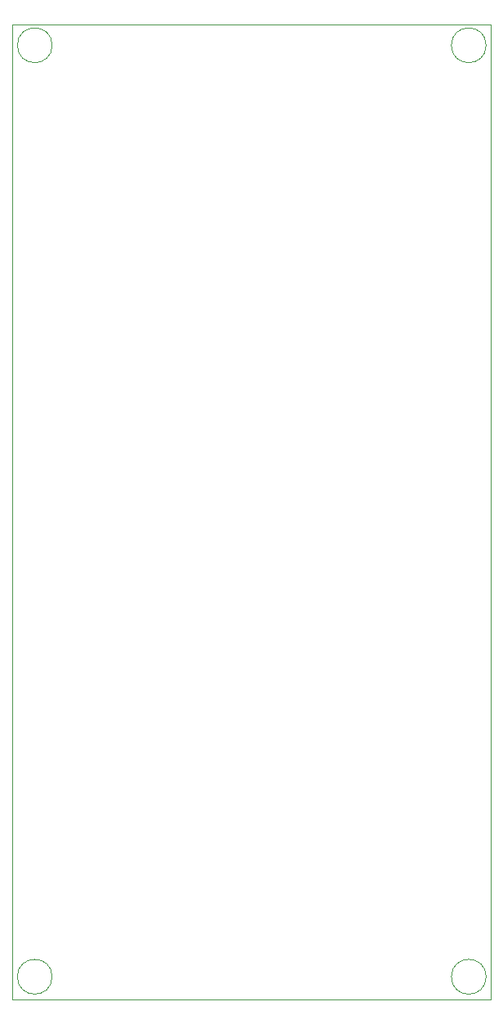
<source format=gm1>
G04 #@! TF.GenerationSoftware,KiCad,Pcbnew,6.0.2+dfsg-1*
G04 #@! TF.CreationDate,2024-03-31T18:10:36+09:00*
G04 #@! TF.ProjectId,remote_controller,72656d6f-7465-45f6-936f-6e74726f6c6c,rev?*
G04 #@! TF.SameCoordinates,Original*
G04 #@! TF.FileFunction,Profile,NP*
%FSLAX46Y46*%
G04 Gerber Fmt 4.6, Leading zero omitted, Abs format (unit mm)*
G04 Created by KiCad (PCBNEW 6.0.2+dfsg-1) date 2024-03-31 18:10:36*
%MOMM*%
%LPD*%
G01*
G04 APERTURE LIST*
G04 #@! TA.AperFunction,Profile*
%ADD10C,0.100000*%
G04 #@! TD*
G04 APERTURE END LIST*
D10*
X129302776Y-31000000D02*
G75*
G03*
X129302776Y-31000000I-1802776J0D01*
G01*
X80190000Y-28830000D02*
X129770000Y-28830000D01*
X129770000Y-28830000D02*
X129770000Y-129820000D01*
X129770000Y-129820000D02*
X80190000Y-129820000D01*
X80190000Y-129820000D02*
X80190000Y-28830000D01*
X84302776Y-127500000D02*
G75*
G03*
X84302776Y-127500000I-1802776J0D01*
G01*
X129302776Y-127500000D02*
G75*
G03*
X129302776Y-127500000I-1802776J0D01*
G01*
X84302776Y-31000000D02*
G75*
G03*
X84302776Y-31000000I-1802776J0D01*
G01*
M02*

</source>
